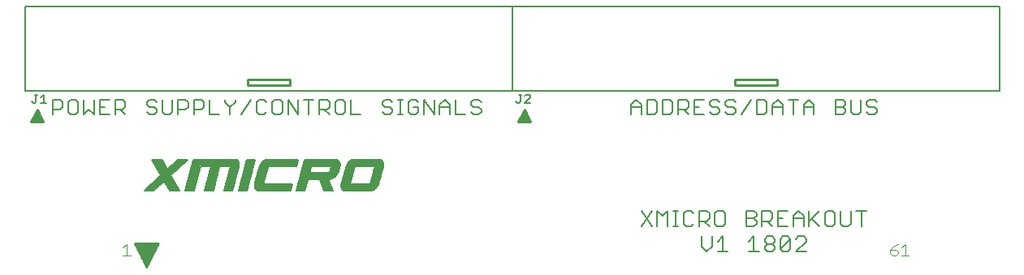
<source format=gto>
G75*
G70*
%OFA0B0*%
%FSLAX24Y24*%
%IPPOS*%
%LPD*%
%AMOC8*
5,1,8,0,0,1.08239X$1,22.5*
%
%ADD10C,0.0060*%
%ADD11C,0.0070*%
%ADD12C,0.0080*%
%ADD13C,0.0100*%
%ADD14C,0.0050*%
%ADD15C,0.0040*%
D10*
X005051Y006769D02*
X005746Y007399D01*
X005378Y008050D01*
X005786Y008050D01*
X006008Y007644D01*
X006449Y008050D01*
X006837Y008050D01*
X006138Y007409D01*
X006510Y006769D01*
X006098Y006769D01*
X006510Y006769D01*
X006476Y006828D02*
X006066Y006828D01*
X006034Y006886D02*
X006442Y006886D01*
X006408Y006945D02*
X006002Y006945D01*
X005970Y007003D02*
X006374Y007003D01*
X006340Y007062D02*
X005938Y007062D01*
X005906Y007120D02*
X006306Y007120D01*
X006272Y007179D02*
X005503Y007179D01*
X005567Y007237D02*
X006238Y007237D01*
X006204Y007296D02*
X005632Y007296D01*
X005696Y007354D02*
X006170Y007354D01*
X006142Y007413D02*
X005739Y007413D01*
X005706Y007471D02*
X006205Y007471D01*
X006269Y007530D02*
X005672Y007530D01*
X005639Y007588D02*
X006333Y007588D01*
X006397Y007647D02*
X006011Y007647D01*
X006007Y007647D02*
X005606Y007647D01*
X005573Y007705D02*
X005975Y007705D01*
X005943Y007764D02*
X005540Y007764D01*
X005507Y007822D02*
X005911Y007822D01*
X005879Y007881D02*
X005474Y007881D01*
X005441Y007939D02*
X005847Y007939D01*
X005815Y007998D02*
X005408Y007998D01*
X006074Y007705D02*
X006461Y007705D01*
X006525Y007764D02*
X006138Y007764D01*
X006202Y007822D02*
X006588Y007822D01*
X006652Y007881D02*
X006265Y007881D01*
X006329Y007939D02*
X006716Y007939D01*
X006780Y007998D02*
X006392Y007998D01*
X007013Y007822D02*
X008940Y007822D01*
X008940Y007811D02*
X008929Y007737D01*
X008677Y006769D01*
X008678Y006769D02*
X008332Y006769D01*
X008597Y007779D01*
X008147Y007779D01*
X007886Y006769D01*
X007536Y006769D01*
X007801Y007779D01*
X007351Y007779D01*
X007090Y006769D01*
X006741Y006769D01*
X007090Y006769D01*
X007105Y006828D02*
X006756Y006828D01*
X006771Y006886D02*
X007121Y006886D01*
X007136Y006945D02*
X006786Y006945D01*
X006801Y007003D02*
X007151Y007003D01*
X007166Y007062D02*
X006816Y007062D01*
X006831Y007120D02*
X007181Y007120D01*
X007196Y007179D02*
X006846Y007179D01*
X006862Y007237D02*
X007211Y007237D01*
X007226Y007296D02*
X006877Y007296D01*
X006892Y007354D02*
X007242Y007354D01*
X007257Y007413D02*
X006907Y007413D01*
X006922Y007471D02*
X007272Y007471D01*
X007287Y007530D02*
X006937Y007530D01*
X006952Y007588D02*
X007302Y007588D01*
X007317Y007647D02*
X006967Y007647D01*
X006982Y007705D02*
X007332Y007705D01*
X007348Y007764D02*
X006998Y007764D01*
X007028Y007881D02*
X008940Y007881D01*
X008940Y007885D02*
X008940Y007811D01*
X008933Y007764D02*
X008593Y007764D01*
X008578Y007705D02*
X008920Y007705D01*
X008905Y007647D02*
X008562Y007647D01*
X008547Y007588D02*
X008890Y007588D01*
X008875Y007530D02*
X008532Y007530D01*
X008516Y007471D02*
X008860Y007471D01*
X008845Y007413D02*
X008501Y007413D01*
X008486Y007354D02*
X008829Y007354D01*
X008814Y007296D02*
X008470Y007296D01*
X008455Y007237D02*
X008799Y007237D01*
X008784Y007179D02*
X008439Y007179D01*
X008424Y007120D02*
X008769Y007120D01*
X008753Y007062D02*
X008409Y007062D01*
X008393Y007003D02*
X008738Y007003D01*
X008723Y006945D02*
X008378Y006945D01*
X008363Y006886D02*
X008708Y006886D01*
X008693Y006828D02*
X008347Y006828D01*
X008332Y006769D02*
X008677Y006769D01*
X008929Y006769D02*
X009260Y008050D01*
X009605Y008050D01*
X009274Y006769D01*
X008929Y006769D01*
X009274Y006769D01*
X009289Y006828D02*
X008944Y006828D01*
X008959Y006886D02*
X009304Y006886D01*
X009320Y006945D02*
X008974Y006945D01*
X008989Y007003D02*
X009335Y007003D01*
X009350Y007062D02*
X009004Y007062D01*
X009019Y007120D02*
X009365Y007120D01*
X009380Y007179D02*
X009034Y007179D01*
X009050Y007237D02*
X009395Y007237D01*
X009410Y007296D02*
X009065Y007296D01*
X009080Y007354D02*
X009425Y007354D01*
X009440Y007413D02*
X009095Y007413D01*
X009110Y007471D02*
X009456Y007471D01*
X009471Y007530D02*
X009125Y007530D01*
X009140Y007588D02*
X009486Y007588D01*
X009501Y007647D02*
X009155Y007647D01*
X009170Y007705D02*
X009516Y007705D01*
X009531Y007764D02*
X009185Y007764D01*
X009201Y007822D02*
X009546Y007822D01*
X009561Y007881D02*
X009216Y007881D01*
X009231Y007939D02*
X009576Y007939D01*
X009592Y007998D02*
X009246Y007998D01*
X008932Y007927D02*
X008915Y007966D01*
X008890Y008000D01*
X008862Y008023D01*
X008829Y008040D01*
X008794Y008049D01*
X008758Y008050D01*
X007072Y008050D01*
X006741Y006769D01*
X006098Y006769D02*
X005876Y007175D01*
X005439Y006769D01*
X005051Y006769D01*
X005439Y006769D01*
X005502Y006828D02*
X005116Y006828D01*
X005180Y006886D02*
X005565Y006886D01*
X005628Y006945D02*
X005245Y006945D01*
X005309Y007003D02*
X005691Y007003D01*
X005754Y007062D02*
X005374Y007062D01*
X005438Y007120D02*
X005817Y007120D01*
X007536Y006769D02*
X007886Y006769D01*
X007901Y006828D02*
X007552Y006828D01*
X007567Y006886D02*
X007916Y006886D01*
X007931Y006945D02*
X007582Y006945D01*
X007598Y007003D02*
X007946Y007003D01*
X007962Y007062D02*
X007613Y007062D01*
X007628Y007120D02*
X007977Y007120D01*
X007992Y007179D02*
X007644Y007179D01*
X007659Y007237D02*
X008007Y007237D01*
X008022Y007296D02*
X007675Y007296D01*
X007690Y007354D02*
X008037Y007354D01*
X008052Y007413D02*
X007705Y007413D01*
X007721Y007471D02*
X008067Y007471D01*
X008083Y007530D02*
X007736Y007530D01*
X007751Y007588D02*
X008098Y007588D01*
X008113Y007647D02*
X007767Y007647D01*
X007782Y007705D02*
X008128Y007705D01*
X008143Y007764D02*
X007797Y007764D01*
X007043Y007939D02*
X008926Y007939D01*
X008932Y007927D02*
X008940Y007885D01*
X008891Y007998D02*
X007058Y007998D01*
X009662Y007296D02*
X010012Y007296D01*
X010027Y007354D02*
X009677Y007354D01*
X009692Y007413D02*
X010042Y007413D01*
X010057Y007471D02*
X009707Y007471D01*
X009722Y007530D02*
X010072Y007530D01*
X010087Y007588D02*
X009737Y007588D01*
X009751Y007647D02*
X010102Y007647D01*
X010117Y007705D02*
X009766Y007705D01*
X009770Y007721D02*
X009793Y007788D01*
X009825Y007850D01*
X009866Y007908D01*
X009915Y007959D01*
X009959Y007997D01*
X010009Y008026D01*
X010064Y008046D01*
X010092Y008050D01*
X010119Y008050D01*
X011380Y008050D01*
X011314Y007779D01*
X010136Y007779D01*
X009947Y007040D01*
X011118Y007040D01*
X011053Y006769D01*
X009753Y006769D01*
X009758Y006769D02*
X009729Y006771D01*
X009701Y006780D01*
X009676Y006794D01*
X009653Y006813D01*
X009626Y006850D01*
X009607Y006892D01*
X009597Y006937D01*
X009595Y006989D01*
X009601Y007040D01*
X009613Y007101D01*
X009770Y007721D01*
X009785Y007764D02*
X010132Y007764D01*
X009847Y007881D02*
X011339Y007881D01*
X011353Y007939D02*
X009896Y007939D01*
X009960Y007998D02*
X011367Y007998D01*
X011324Y007822D02*
X009811Y007822D01*
X009647Y007237D02*
X009997Y007237D01*
X009982Y007179D02*
X009632Y007179D01*
X009617Y007120D02*
X009967Y007120D01*
X009952Y007062D02*
X009605Y007062D01*
X009597Y007003D02*
X011109Y007003D01*
X011095Y006945D02*
X009597Y006945D01*
X009610Y006886D02*
X011081Y006886D01*
X011067Y006828D02*
X009643Y006828D01*
X009758Y006769D02*
X011053Y006769D01*
X011300Y006769D02*
X011635Y008050D01*
X012878Y008050D01*
X012916Y008047D01*
X012953Y008037D01*
X012987Y008020D01*
X013018Y007997D01*
X013043Y007969D01*
X013064Y007938D01*
X013078Y007904D01*
X013086Y007868D01*
X013085Y007803D01*
X013074Y007739D01*
X013031Y007578D01*
X013019Y007539D01*
X013000Y007503D01*
X012944Y007420D01*
X012876Y007346D01*
X012818Y007301D01*
X012753Y007268D01*
X012685Y007252D01*
X012616Y007244D01*
X012788Y006769D01*
X012787Y006769D02*
X012442Y006769D01*
X012270Y007248D01*
X011770Y007248D01*
X011645Y006769D01*
X011300Y006769D01*
X011645Y006769D01*
X011661Y006828D02*
X011315Y006828D01*
X011330Y006886D02*
X011676Y006886D01*
X011691Y006945D02*
X011346Y006945D01*
X011361Y007003D02*
X011706Y007003D01*
X011722Y007062D02*
X011376Y007062D01*
X011392Y007120D02*
X011737Y007120D01*
X011752Y007179D02*
X011407Y007179D01*
X011422Y007237D02*
X011767Y007237D01*
X011437Y007296D02*
X012807Y007296D01*
X012884Y007354D02*
X011453Y007354D01*
X011468Y007413D02*
X012938Y007413D01*
X012979Y007471D02*
X011483Y007471D01*
X011499Y007530D02*
X011849Y007530D01*
X011842Y007500D02*
X012672Y007500D01*
X012740Y007779D01*
X011910Y007779D01*
X011635Y008050D01*
X011910Y007779D01*
X011842Y007500D01*
X011864Y007588D02*
X011514Y007588D01*
X011529Y007647D02*
X011878Y007647D01*
X011892Y007705D02*
X011544Y007705D01*
X011560Y007764D02*
X011907Y007764D01*
X011866Y007822D02*
X013086Y007822D01*
X013083Y007881D02*
X011807Y007881D01*
X011590Y007881D01*
X011606Y007939D02*
X011747Y007939D01*
X013063Y007939D01*
X013017Y007998D02*
X011688Y007998D01*
X011621Y007998D01*
X011575Y007822D02*
X011866Y007822D01*
X012694Y007588D02*
X013034Y007588D01*
X013050Y007647D02*
X012708Y007647D01*
X012722Y007705D02*
X013065Y007705D01*
X013079Y007764D02*
X012737Y007764D01*
X012679Y007530D02*
X013014Y007530D01*
X013259Y007471D02*
X013604Y007471D01*
X013619Y007530D02*
X013274Y007530D01*
X013290Y007588D02*
X013635Y007588D01*
X013650Y007647D02*
X013306Y007647D01*
X013321Y007705D02*
X013666Y007705D01*
X013681Y007764D02*
X013341Y007764D01*
X013355Y007799D02*
X013325Y007721D01*
X013158Y007092D01*
X013150Y007053D01*
X013146Y006959D01*
X013152Y006915D01*
X013166Y006873D01*
X013176Y006847D01*
X013193Y006824D01*
X013213Y006804D01*
X013237Y006788D01*
X013263Y006776D01*
X013291Y006771D01*
X013319Y006769D01*
X014333Y006769D01*
X014374Y006770D01*
X014414Y006778D01*
X014453Y006795D01*
X014488Y006817D01*
X014537Y006856D01*
X014580Y006901D01*
X014623Y006957D01*
X014657Y007019D01*
X014681Y007086D01*
X014853Y007745D01*
X014861Y007799D01*
X014861Y007854D01*
X014856Y007899D01*
X014843Y007943D01*
X014825Y007977D01*
X014800Y008007D01*
X014768Y008029D01*
X014732Y008044D01*
X014694Y008050D01*
X013705Y008050D01*
X013685Y007779D01*
X013705Y008050D01*
X013662Y008050D01*
X013608Y008042D01*
X013556Y008024D01*
X013509Y007996D01*
X013447Y007938D01*
X013396Y007871D01*
X013355Y007799D01*
X013368Y007822D02*
X013688Y007822D01*
X014861Y007822D01*
X014858Y007881D02*
X013693Y007881D01*
X013403Y007881D01*
X013448Y007939D02*
X013697Y007939D01*
X014844Y007939D01*
X014808Y007998D02*
X013701Y007998D01*
X013511Y007998D01*
X013685Y007779D02*
X014517Y007779D01*
X014322Y007040D01*
X013490Y007040D01*
X013685Y007779D01*
X013588Y007413D02*
X013243Y007413D01*
X013228Y007354D02*
X013573Y007354D01*
X013557Y007296D02*
X013212Y007296D01*
X013197Y007237D02*
X013542Y007237D01*
X013526Y007179D02*
X013181Y007179D01*
X013165Y007120D02*
X013511Y007120D01*
X013495Y007062D02*
X013152Y007062D01*
X013148Y007003D02*
X014648Y007003D01*
X014672Y007062D02*
X014327Y007062D01*
X014343Y007120D02*
X014690Y007120D01*
X014705Y007179D02*
X014358Y007179D01*
X014374Y007237D02*
X014721Y007237D01*
X014736Y007296D02*
X014389Y007296D01*
X014405Y007354D02*
X014751Y007354D01*
X014766Y007413D02*
X014420Y007413D01*
X014436Y007471D02*
X014782Y007471D01*
X014797Y007530D02*
X014451Y007530D01*
X014467Y007588D02*
X014812Y007588D01*
X014827Y007647D02*
X014482Y007647D01*
X014498Y007705D02*
X014842Y007705D01*
X014856Y007764D02*
X014513Y007764D01*
X012661Y007120D02*
X012316Y007120D01*
X012295Y007179D02*
X012640Y007179D01*
X012619Y007237D02*
X012274Y007237D01*
X012337Y007062D02*
X012682Y007062D01*
X012703Y007003D02*
X012358Y007003D01*
X012379Y006945D02*
X012724Y006945D01*
X012745Y006886D02*
X012400Y006886D01*
X012421Y006828D02*
X012766Y006828D01*
X012788Y006769D02*
X012442Y006769D01*
X013148Y006945D02*
X014613Y006945D01*
X014566Y006886D02*
X013161Y006886D01*
X013190Y006828D02*
X014501Y006828D01*
X014346Y006769D02*
X013312Y006769D01*
X020315Y010437D02*
X020372Y010380D01*
X020428Y010380D01*
X020485Y010437D01*
X020485Y010720D01*
X020428Y010720D02*
X020542Y010720D01*
X020683Y010664D02*
X020740Y010720D01*
X020853Y010720D01*
X020910Y010664D01*
X020910Y010607D01*
X020683Y010380D01*
X020910Y010380D01*
X001035Y010380D02*
X000808Y010380D01*
X000922Y010380D02*
X000922Y010720D01*
X000808Y010607D01*
X000667Y010720D02*
X000553Y010720D01*
X000610Y010720D02*
X000610Y010437D01*
X000553Y010380D01*
X000497Y010380D01*
X000440Y010437D01*
D11*
X025468Y005941D02*
X025889Y005310D01*
X026113Y005310D02*
X026113Y005941D01*
X026323Y005730D01*
X026533Y005941D01*
X026533Y005310D01*
X026757Y005310D02*
X026968Y005310D01*
X026862Y005310D02*
X026862Y005941D01*
X026757Y005941D02*
X026968Y005941D01*
X027187Y005835D02*
X027187Y005415D01*
X027292Y005310D01*
X027502Y005310D01*
X027607Y005415D01*
X027832Y005310D02*
X027832Y005941D01*
X028147Y005941D01*
X028252Y005835D01*
X028252Y005625D01*
X028147Y005520D01*
X027832Y005520D01*
X028042Y005520D02*
X028252Y005310D01*
X028476Y005415D02*
X028581Y005310D01*
X028791Y005310D01*
X028897Y005415D01*
X028897Y005835D01*
X028791Y005941D01*
X028581Y005941D01*
X028476Y005835D01*
X028476Y005415D01*
X028359Y004891D02*
X028359Y004470D01*
X028149Y004260D01*
X027939Y004470D01*
X027939Y004891D01*
X028584Y004680D02*
X028794Y004891D01*
X028794Y004260D01*
X028584Y004260D02*
X029004Y004260D01*
X029873Y004260D02*
X030293Y004260D01*
X030083Y004260D02*
X030083Y004891D01*
X029873Y004680D01*
X030517Y004680D02*
X030622Y004575D01*
X030833Y004575D01*
X030938Y004470D01*
X030938Y004365D01*
X030833Y004260D01*
X030622Y004260D01*
X030517Y004365D01*
X030517Y004470D01*
X030622Y004575D01*
X030517Y004680D02*
X030517Y004785D01*
X030622Y004891D01*
X030833Y004891D01*
X030938Y004785D01*
X030938Y004680D01*
X030833Y004575D01*
X031162Y004365D02*
X031582Y004785D01*
X031582Y004365D01*
X031477Y004260D01*
X031267Y004260D01*
X031162Y004365D01*
X031162Y004785D01*
X031267Y004891D01*
X031477Y004891D01*
X031582Y004785D01*
X031806Y004785D02*
X031911Y004891D01*
X032122Y004891D01*
X032227Y004785D01*
X032227Y004680D01*
X031806Y004260D01*
X032227Y004260D01*
X032119Y005310D02*
X032119Y005730D01*
X031909Y005941D01*
X031699Y005730D01*
X031699Y005310D01*
X031475Y005310D02*
X031054Y005310D01*
X031054Y005941D01*
X031475Y005941D01*
X031265Y005625D02*
X031054Y005625D01*
X030830Y005625D02*
X030725Y005520D01*
X030410Y005520D01*
X030620Y005520D02*
X030830Y005310D01*
X030410Y005310D02*
X030410Y005941D01*
X030725Y005941D01*
X030830Y005835D01*
X030830Y005625D01*
X030186Y005520D02*
X030186Y005415D01*
X030081Y005310D01*
X029765Y005310D01*
X029765Y005941D01*
X030081Y005941D01*
X030186Y005835D01*
X030186Y005730D01*
X030081Y005625D01*
X029765Y005625D01*
X030081Y005625D02*
X030186Y005520D01*
X031699Y005625D02*
X032119Y005625D01*
X032343Y005520D02*
X032764Y005941D01*
X032988Y005835D02*
X032988Y005415D01*
X033093Y005310D01*
X033303Y005310D01*
X033408Y005415D01*
X033408Y005835D01*
X033303Y005941D01*
X033093Y005941D01*
X032988Y005835D01*
X032343Y005941D02*
X032343Y005310D01*
X032449Y005625D02*
X032764Y005310D01*
X033633Y005415D02*
X033738Y005310D01*
X033948Y005310D01*
X034053Y005415D01*
X034053Y005941D01*
X034277Y005941D02*
X034697Y005941D01*
X034487Y005941D02*
X034487Y005310D01*
X033633Y005415D02*
X033633Y005941D01*
X027607Y005835D02*
X027502Y005941D01*
X027292Y005941D01*
X027187Y005835D01*
X025889Y005941D02*
X025468Y005310D01*
D12*
X025457Y009890D02*
X025457Y010304D01*
X025250Y010511D01*
X025044Y010304D01*
X025044Y009890D01*
X025688Y009890D02*
X025998Y009890D01*
X026102Y009993D01*
X026102Y010407D01*
X025998Y010511D01*
X025688Y010511D01*
X025688Y009890D01*
X025457Y010200D02*
X025044Y010200D01*
X026333Y009890D02*
X026643Y009890D01*
X026746Y009993D01*
X026746Y010407D01*
X026643Y010511D01*
X026333Y010511D01*
X026333Y009890D01*
X026977Y009890D02*
X026977Y010511D01*
X027288Y010511D01*
X027391Y010407D01*
X027391Y010200D01*
X027288Y010097D01*
X026977Y010097D01*
X027184Y010097D02*
X027391Y009890D01*
X027622Y009890D02*
X028035Y009890D01*
X028266Y009993D02*
X028370Y009890D01*
X028577Y009890D01*
X028680Y009993D01*
X028680Y010097D01*
X028577Y010200D01*
X028370Y010200D01*
X028266Y010304D01*
X028266Y010407D01*
X028370Y010511D01*
X028577Y010511D01*
X028680Y010407D01*
X028911Y010407D02*
X028911Y010304D01*
X029014Y010200D01*
X029221Y010200D01*
X029325Y010097D01*
X029325Y009993D01*
X029221Y009890D01*
X029014Y009890D01*
X028911Y009993D01*
X029555Y009890D02*
X029969Y010511D01*
X030200Y010511D02*
X030510Y010511D01*
X030614Y010407D01*
X030614Y009993D01*
X030510Y009890D01*
X030200Y009890D01*
X030200Y010511D01*
X030845Y010304D02*
X031051Y010511D01*
X031258Y010304D01*
X031258Y009890D01*
X030845Y009890D02*
X030845Y010304D01*
X030845Y010200D02*
X031258Y010200D01*
X031489Y010511D02*
X031903Y010511D01*
X031696Y010511D02*
X031696Y009890D01*
X032134Y009890D02*
X032134Y010304D01*
X032340Y010511D01*
X032547Y010304D01*
X032547Y009890D01*
X032547Y010200D02*
X032134Y010200D01*
X033423Y010200D02*
X033733Y010200D01*
X033836Y010097D01*
X033836Y009993D01*
X033733Y009890D01*
X033423Y009890D01*
X033423Y010511D01*
X033733Y010511D01*
X033836Y010407D01*
X033836Y010304D01*
X033733Y010200D01*
X034067Y009993D02*
X034171Y009890D01*
X034378Y009890D01*
X034481Y009993D01*
X034481Y010511D01*
X034712Y010407D02*
X034712Y010304D01*
X034815Y010200D01*
X035022Y010200D01*
X035126Y010097D01*
X035126Y009993D01*
X035022Y009890D01*
X034815Y009890D01*
X034712Y009993D01*
X034067Y009993D02*
X034067Y010511D01*
X034712Y010407D02*
X034815Y010511D01*
X035022Y010511D01*
X035126Y010407D01*
X029325Y010407D02*
X029221Y010511D01*
X029014Y010511D01*
X028911Y010407D01*
X028035Y010511D02*
X027622Y010511D01*
X027622Y009890D01*
X027622Y010200D02*
X027829Y010200D01*
X018885Y010097D02*
X018885Y009993D01*
X018782Y009890D01*
X018575Y009890D01*
X018472Y009993D01*
X018575Y010200D02*
X018782Y010200D01*
X018885Y010097D01*
X018575Y010200D02*
X018472Y010304D01*
X018472Y010407D01*
X018575Y010511D01*
X018782Y010511D01*
X018885Y010407D01*
X017827Y010511D02*
X017827Y009890D01*
X018241Y009890D01*
X017596Y009890D02*
X017596Y010304D01*
X017389Y010511D01*
X017183Y010304D01*
X017183Y009890D01*
X016952Y009890D02*
X016952Y010511D01*
X016538Y010511D02*
X016952Y009890D01*
X016538Y009890D02*
X016538Y010511D01*
X016307Y010407D02*
X016204Y010511D01*
X015997Y010511D01*
X015894Y010407D01*
X015894Y009993D01*
X015997Y009890D01*
X016204Y009890D01*
X016307Y009993D01*
X016307Y010200D01*
X016100Y010200D01*
X015671Y009890D02*
X015464Y009890D01*
X015567Y009890D02*
X015567Y010511D01*
X015464Y010511D02*
X015671Y010511D01*
X015233Y010407D02*
X015130Y010511D01*
X014923Y010511D01*
X014819Y010407D01*
X014819Y010304D01*
X014923Y010200D01*
X015130Y010200D01*
X015233Y010097D01*
X015233Y009993D01*
X015130Y009890D01*
X014923Y009890D01*
X014819Y009993D01*
X013944Y009890D02*
X013530Y009890D01*
X013530Y010511D01*
X013299Y010407D02*
X013196Y010511D01*
X012989Y010511D01*
X012886Y010407D01*
X012886Y009993D01*
X012989Y009890D01*
X013196Y009890D01*
X013299Y009993D01*
X013299Y010407D01*
X012655Y010407D02*
X012655Y010200D01*
X012551Y010097D01*
X012241Y010097D01*
X012448Y010097D02*
X012655Y009890D01*
X012241Y009890D02*
X012241Y010511D01*
X012551Y010511D01*
X012655Y010407D01*
X012010Y010511D02*
X011597Y010511D01*
X011803Y010511D02*
X011803Y009890D01*
X011366Y009890D02*
X011366Y010511D01*
X010952Y010511D02*
X011366Y009890D01*
X010952Y009890D02*
X010952Y010511D01*
X010721Y010407D02*
X010618Y010511D01*
X010411Y010511D01*
X010307Y010407D01*
X010307Y009993D01*
X010411Y009890D01*
X010618Y009890D01*
X010721Y009993D01*
X010721Y010407D01*
X010077Y010407D02*
X009973Y010511D01*
X009766Y010511D01*
X009663Y010407D01*
X009663Y009993D01*
X009766Y009890D01*
X009973Y009890D01*
X010077Y009993D01*
X009432Y010511D02*
X009018Y009890D01*
X008581Y009890D02*
X008581Y010200D01*
X008787Y010407D01*
X008787Y010511D01*
X008581Y010200D02*
X008374Y010407D01*
X008374Y010511D01*
X007729Y010511D02*
X007729Y009890D01*
X008143Y009890D01*
X007498Y010200D02*
X007395Y010097D01*
X007085Y010097D01*
X006854Y010200D02*
X006750Y010097D01*
X006440Y010097D01*
X006209Y009993D02*
X006209Y010511D01*
X006440Y010511D02*
X006750Y010511D01*
X006854Y010407D01*
X006854Y010200D01*
X006209Y009993D02*
X006106Y009890D01*
X005899Y009890D01*
X005796Y009993D01*
X005796Y010511D01*
X005565Y010407D02*
X005461Y010511D01*
X005254Y010511D01*
X005151Y010407D01*
X005151Y010304D01*
X005254Y010200D01*
X005461Y010200D01*
X005565Y010097D01*
X005565Y009993D01*
X005461Y009890D01*
X005254Y009890D01*
X005151Y009993D01*
X004276Y009890D02*
X004069Y010097D01*
X004172Y010097D02*
X003862Y010097D01*
X004172Y010097D02*
X004276Y010200D01*
X004276Y010407D01*
X004172Y010511D01*
X003862Y010511D01*
X003862Y009890D01*
X003631Y009890D02*
X003217Y009890D01*
X003217Y010511D01*
X003631Y010511D01*
X003424Y010200D02*
X003217Y010200D01*
X002986Y009890D02*
X002780Y010097D01*
X002573Y009890D01*
X002573Y010511D01*
X002342Y010407D02*
X002239Y010511D01*
X002032Y010511D01*
X001928Y010407D01*
X001928Y009993D01*
X002032Y009890D01*
X002239Y009890D01*
X002342Y009993D01*
X002342Y010407D01*
X001697Y010407D02*
X001697Y010200D01*
X001594Y010097D01*
X001284Y010097D01*
X001284Y009890D02*
X001284Y010511D01*
X001594Y010511D01*
X001697Y010407D01*
X002986Y010511D02*
X002986Y009890D01*
X006440Y009890D02*
X006440Y010511D01*
X007085Y010511D02*
X007395Y010511D01*
X007498Y010407D01*
X007498Y010200D01*
X007085Y009890D02*
X007085Y010511D01*
X017183Y010200D02*
X017596Y010200D01*
D13*
X020410Y009600D02*
X020910Y009600D01*
X020660Y010100D01*
X020410Y009600D01*
X020437Y009655D02*
X020883Y009655D01*
X020833Y009753D02*
X020487Y009753D01*
X020536Y009852D02*
X020784Y009852D01*
X020735Y009950D02*
X020585Y009950D01*
X020634Y010049D02*
X020686Y010049D01*
X029285Y011100D02*
X029285Y011350D01*
X031035Y011350D01*
X031035Y011100D01*
X029285Y011100D01*
X011035Y011100D02*
X009285Y011100D01*
X009285Y011350D01*
X011035Y011350D01*
X011035Y011100D01*
X000910Y009600D02*
X000660Y010100D01*
X000410Y009600D01*
X000910Y009600D01*
X000883Y009655D02*
X000437Y009655D01*
X000487Y009753D02*
X000833Y009753D01*
X000784Y009852D02*
X000536Y009852D01*
X000585Y009950D02*
X000735Y009950D01*
X000686Y010049D02*
X000634Y010049D01*
D14*
X004660Y004600D02*
X005160Y003600D01*
X005660Y004600D01*
X004660Y004600D01*
X004679Y004562D02*
X005641Y004562D01*
X005617Y004514D02*
X004703Y004514D01*
X004727Y004465D02*
X005593Y004465D01*
X005568Y004417D02*
X004752Y004417D01*
X004776Y004368D02*
X005544Y004368D01*
X005520Y004320D02*
X004800Y004320D01*
X004824Y004271D02*
X005496Y004271D01*
X005471Y004223D02*
X004849Y004223D01*
X004873Y004174D02*
X005447Y004174D01*
X005423Y004126D02*
X004897Y004126D01*
X004921Y004077D02*
X005399Y004077D01*
X005374Y004029D02*
X004946Y004029D01*
X004970Y003980D02*
X005350Y003980D01*
X005326Y003932D02*
X004994Y003932D01*
X005018Y003883D02*
X005302Y003883D01*
X005277Y003835D02*
X005043Y003835D01*
X005067Y003786D02*
X005253Y003786D01*
X005229Y003738D02*
X005091Y003738D01*
X005115Y003689D02*
X005205Y003689D01*
X005180Y003641D02*
X005140Y003641D01*
X000160Y010868D02*
X000160Y014332D01*
X020160Y014332D01*
X020160Y010868D01*
X040160Y010868D01*
X040160Y014332D01*
X020160Y014332D01*
X020160Y010868D01*
X000160Y010868D01*
D15*
X004333Y004580D02*
X004333Y004120D01*
X004180Y004120D02*
X004487Y004120D01*
X004180Y004427D02*
X004333Y004580D01*
X035680Y004350D02*
X035680Y004197D01*
X035757Y004120D01*
X035910Y004120D01*
X035987Y004197D01*
X035987Y004273D01*
X035910Y004350D01*
X035680Y004350D01*
X035833Y004504D01*
X035987Y004580D01*
X036140Y004427D02*
X036294Y004580D01*
X036294Y004120D01*
X036447Y004120D02*
X036140Y004120D01*
M02*

</source>
